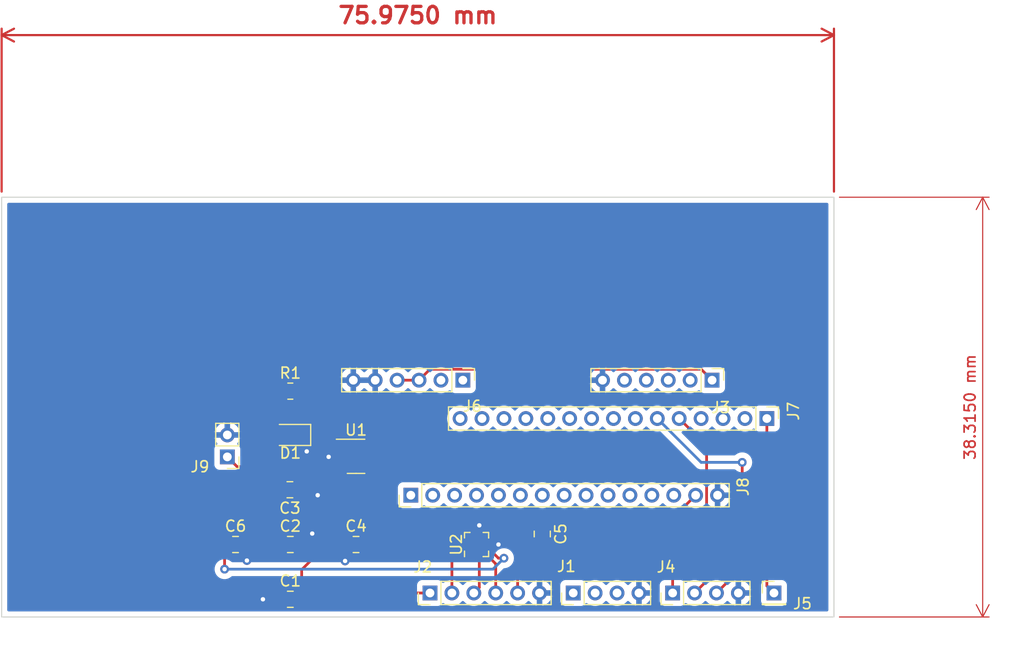
<source format=kicad_pcb>
(kicad_pcb (version 20211014) (generator pcbnew)
  (layers (0 "F.Cu" signal) (31 "B.Cu" signal) (34 "B.Paste" user) (35 "F.Paste" user) (36 "B.SilkS" user "B.Silkscreen") (37 "F.SilkS" user "F.Silkscreen") (38 "B.Mask" user) (39 "F.Mask" user) (44 "Edge.Cuts" user))
  (net 0 "")
  (net 1 "+5V")
  (net 2 "IO.TX")
  (net 3 "IO.RX")
  (net 4 "GND")
  (net 5 "IO.SCK")
  (net 6 "IO.CSB")
  (net 7 "IO.SDI")
  (net 8 "IO.SDO")
  (net 9 "+3.3V")
  (net 10 "F.IO0")
  (net 11 "F.IO1")
  (net 12 "F.CLK")
  (net 13 "F.CSB")
  (net 14 "IO11")
  (net 15 "IO12")
  (net 16 "IO7")
  (net 17 "+1V8")
  (net 18 "IO8")
  (net 19 "IO9")
  (net 20 "IO10")
  (net 21 "IO17")
  (net 22 "IO18")
  (net 23 "IO19")
  (net 24 "IO20")
  (net 25 "IO21")
  (net 26 "IO22")
  (net 27 "IO23")
  (net 28 "IO24")
  (net 29 "IO25")
  (net 30 "IO26")
  (net 31 "IO27")
  (net 32 "IO28")
  (net 33 "IO29")
  (net 34 "IO30")
  (net 35 "IO31")
  (net 36 "IO32")
  (net 37 "IO33")
  (net 38 "IO34")
  (net 39 "IO35")
  (net 40 "IO36")
  (net 41 "IO37")
  (net 43 "+3V3")
  (net 44 "Net-(C6-Pad1)")
  (net 45 "Net-(D1-Pad2)")
  (footprint "Resistor_SMD:R_0805_2012Metric_Pad1.20x1.40mm_HandSolder" (layer "F.Cu") (at 116 88)
    (fp_text reference "R1" (at 0 -1.65) (layer "F.SilkS"))
    (fp_text value "R")
    (fp_line (start -0.227064 -0.735) (end 0.227064 -0.735) (layer "F.SilkS") (width 0.12))
    (fp_line (start -0.227064 0.735) (end 0.227064 0.735) (layer "F.SilkS") (width 0.12))
    (pad "1" smd roundrect locked (at -1 0) (size 1.2 1.4) (layers "F.Cu" "F.Paste" "F.Mask") (roundrect_rratio 0.208333) (net 45 "Net-(D1-Pad2)"))
    (pad "2" smd roundrect locked (at 1 0) (size 1.2 1.4) (layers "F.Cu" "F.Paste" "F.Mask") (roundrect_rratio 0.208333) (net 43 "+3V3"))
  )
  (footprint "Connector_PinHeader_2.00mm:PinHeader_1x04_P2.00mm_Vertical" (layer "F.Cu") (at 150.9 106.425 90)
    (fp_text reference "J4" (at 2.375 -0.6 180) (layer "F.SilkS"))
    (fp_text value "Conn_01x04_Male")
    (fp_line (start -1.06 0) (end -1.06 -1.06) (layer "F.SilkS") (width 0.12))
    (fp_line (start -1.06 7.06) (end 1.06 7.06) (layer "F.SilkS") (width 0.12))
    (fp_line (start 1.06 1) (end 1.06 7.06) (layer "F.SilkS") (width 0.12))
    (fp_line (start -1.06 1) (end 1.06 1) (layer "F.SilkS") (width 0.12))
    (fp_line (start -1.06 1) (end -1.06 7.06) (layer "F.SilkS") (width 0.12))
    (fp_line (start -1.06 -1.06) (end 0 -1.06) (layer "F.SilkS") (width 0.12))
    (pad "1" thru_hole rect (at 0 0 90) (size 1.35 1.35) (drill 0.8) (layers *.Cu *.Mask) (net 1 "+5V"))
    (pad "2" thru_hole oval (at 0 2 90) (size 1.35 1.35) (drill 0.8) (layers *.Cu *.Mask) (net 14 "IO11"))
    (pad "3" thru_hole oval (at 0 4 90) (size 1.35 1.35) (drill 0.8) (layers *.Cu *.Mask) (net 15 "IO12"))
    (pad "4" thru_hole oval (at 0 6 90) (size 1.35 1.35) (drill 0.8) (layers *.Cu *.Mask) (net 4 "GND"))
  )
  (footprint "Capacitor_SMD:C_0805_2012Metric_Pad1.18x1.45mm_HandSolder" (layer "F.Cu") (at 116 107)
    (fp_text reference "C1" (at 0 -1.68) (layer "F.SilkS"))
    (fp_text value "1uF")
    (fp_line (start -0.261252 -0.735) (end 0.261252 -0.735) (layer "F.SilkS") (width 0.12))
    (fp_line (start -0.261252 0.735) (end 0.261252 0.735) (layer "F.SilkS") (width 0.12))
    (pad "1" smd roundrect locked (at -1.0375 0) (size 1.175 1.45) (layers "F.Cu" "F.Paste" "F.Mask") (roundrect_rratio 0.212766) (net 4 "GND"))
    (pad "2" smd roundrect locked (at 1.0375 0) (size 1.175 1.45) (layers "F.Cu" "F.Paste" "F.Mask") (roundrect_rratio 0.212766) (net 1 "+5V"))
  )
  (footprint "Package_LGA:LGA-12_2x2mm_P0.5mm" (layer "F.Cu") (at 133 102 90)
    (fp_text reference "U2" (at 0 -1.85 90) (layer "F.SilkS"))
    (fp_text value "LIS2MDL")
    (fp_line (start 0.6 -1.1) (end 1.1 -1.1) (layer "F.SilkS") (width 0.12))
    (fp_line (start -1.1 0.6) (end -1.1 0.6) (layer "F.SilkS") (width 0.12))
    (fp_line (start 1.1 -1.1) (end 1.1 -0.6) (layer "F.SilkS") (width 0.12))
    (fp_line (start 1.1 0.6) (end 1.1 1.1) (layer "F.SilkS") (width 0.12))
    (fp_line (start -0.6 -1.1) (end -1.1 -1.1) (layer "F.SilkS") (width 0.12))
    (fp_line (start 0.6 1.1) (end 0.6 1.1) (layer "F.SilkS") (width 0.12))
    (fp_line (start -0.6 1.1) (end -1.1 1.1) (layer "F.SilkS") (width 0.12))
    (fp_line (start -1.1 1.1) (end -1.1 0.6) (layer "F.SilkS") (width 0.12))
    (fp_line (start 1.1 1.1) (end 0.6 1.1) (layer "F.SilkS") (width 0.12))
    (fp_line (start 1.1 -0.6) (end 1.1 -0.6) (layer "F.SilkS") (width 0.12))
    (fp_line (start -1.1 -1.1) (end -1.1 -1.1) (layer "F.SilkS") (width 0.12))
    (pad "1" smd rect locked (at -0.7625 -0.75 90) (size 0.375 0.35) (layers "F.Cu" "F.Paste" "F.Mask") (net 5 "IO.SCK"))
    (pad "2" smd rect locked (at -0.7625 -0.25 90) (size 0.375 0.35) (layers "F.Cu" "F.Paste" "F.Mask"))
    (pad "3" smd rect locked (at -0.7625 0.25 90) (size 0.375 0.35) (layers "F.Cu" "F.Paste" "F.Mask") (net 6 "IO.CSB"))
    (pad "4" smd rect locked (at -0.7625 0.75 90) (size 0.375 0.35) (layers "F.Cu" "F.Paste" "F.Mask") (net 7 "IO.SDI"))
    (pad "5" smd rect locked (at -0.25 0.7625 180) (size 0.375 0.35) (layers "F.Cu" "F.Paste" "F.Mask") (net 44 "Net-(C6-Pad1)"))
    (pad "6" smd rect locked (at 0.25 0.7625 180) (size 0.375 0.35) (layers "F.Cu" "F.Paste" "F.Mask") (net 4 "GND"))
    (pad "7" smd rect locked (at 0.7625 0.75 90) (size 0.375 0.35) (layers "F.Cu" "F.Paste" "F.Mask") (net 8 "IO.SDO"))
    (pad "8" smd rect locked (at 0.7625 0.25 90) (size 0.375 0.35) (layers "F.Cu" "F.Paste" "F.Mask") (net 4 "GND"))
    (pad "9" smd rect locked (at 0.7625 -0.25 90) (size 0.375 0.35) (layers "F.Cu" "F.Paste" "F.Mask") (net 43 "+3V3"))
    (pad "10" smd rect locked (at 0.7625 -0.75 90) (size 0.375 0.35) (layers "F.Cu" "F.Paste" "F.Mask") (net 43 "+3V3"))
    (pad "11" smd rect locked (at 0.25 -0.7625 180) (size 0.375 0.35) (layers "F.Cu" "F.Paste" "F.Mask"))
    (pad "12" smd rect locked (at -0.25 -0.7625 180) (size 0.375 0.35) (layers "F.Cu" "F.Paste" "F.Mask"))
  )
  (footprint "Connector_PinHeader_2.00mm:PinHeader_1x04_P2.00mm_Vertical" (layer "F.Cu") (at 141.825 106.425 90)
    (fp_text reference "J1" (at 2.425 -0.625 180) (layer "F.SilkS"))
    (fp_text value "Conn_01x04_Male")
    (fp_line (start -1.06 1) (end -1.06 7.06) (layer "F.SilkS") (width 0.12))
    (fp_line (start -1.06 1) (end 1.06 1) (layer "F.SilkS") (width 0.12))
    (fp_line (start -1.06 0) (end -1.06 -1.06) (layer "F.SilkS") (width 0.12))
    (fp_line (start 1.06 1) (end 1.06 7.06) (layer "F.SilkS") (width 0.12))
    (fp_line (start -1.06 7.06) (end 1.06 7.06) (layer "F.SilkS") (width 0.12))
    (fp_line (start -1.06 -1.06) (end 0 -1.06) (layer "F.SilkS") (width 0.12))
    (pad "1" thru_hole rect (at 0 0 90) (size 1.35 1.35) (drill 0.8) (layers *.Cu *.Mask) (net 1 "+5V"))
    (pad "2" thru_hole oval (at 0 2 90) (size 1.35 1.35) (drill 0.8) (layers *.Cu *.Mask) (net 2 "IO.TX"))
    (pad "3" thru_hole oval (at 0 4 90) (size 1.35 1.35) (drill 0.8) (layers *.Cu *.Mask) (net 3 "IO.RX"))
    (pad "4" thru_hole oval (at 0 6 90) (size 1.35 1.35) (drill 0.8) (layers *.Cu *.Mask) (net 4 "GND"))
  )
  (footprint "Connector_PinHeader_2.00mm:PinHeader_1x06_P2.00mm_Vertical" (layer "F.Cu") (at 154.5 87 -90)
    (fp_text reference "J3" (at 2.5 -0.8 180) (layer "F.SilkS"))
    (fp_text value "Conn_01x06_Male")
    (fp_line (start -1.06 1) (end 1.06 1) (layer "F.SilkS") (width 0.12))
    (fp_line (start 1.06 1) (end 1.06 11.06) (layer "F.SilkS") (width 0.12))
    (fp_line (start -1.06 0) (end -1.06 -1.06) (layer "F.SilkS") (width 0.12))
    (fp_line (start -1.06 -1.06) (end 0 -1.06) (layer "F.SilkS") (width 0.12))
    (fp_line (start -1.06 11.06) (end 1.06 11.06) (layer "F.SilkS") (width 0.12))
    (fp_line (start -1.06 1) (end -1.06 11.06) (layer "F.SilkS") (width 0.12))
    (pad "1" thru_hole rect (at 0 0 270) (size 1.35 1.35) (drill 0.8) (layers *.Cu *.Mask) (net 9 "+3.3V"))
    (pad "2" thru_hole oval (at 0 2 270) (size 1.35 1.35) (drill 0.8) (layers *.Cu *.Mask) (net 10 "F.IO0"))
    (pad "3" thru_hole oval (at 0 4 270) (size 1.35 1.35) (drill 0.8) (layers *.Cu *.Mask) (net 11 "F.IO1"))
    (pad "4" thru_hole oval (at 0 6 270) (size 1.35 1.35) (drill 0.8) (layers *.Cu *.Mask) (net 12 "F.CLK"))
    (pad "5" thru_hole oval (at 0 8 270) (size 1.35 1.35) (drill 0.8) (layers *.Cu *.Mask) (net 13 "F.CSB"))
    (pad "6" thru_hole oval (at 0 10 270) (size 1.35 1.35) (drill 0.8) (layers *.Cu *.Mask) (net 4 "GND"))
  )
  (footprint "Connector_PinHeader_2.00mm:PinHeader_1x06_P2.00mm_Vertical" (layer "F.Cu") (at 131.75 87 -90)
    (fp_text reference "J6" (at 2.375 -0.875) (layer "F.SilkS"))
    (fp_text value "Conn_01x06_Male")
    (fp_line (start 1.06 1) (end 1.06 11.06) (layer "F.SilkS") (width 0.12))
    (fp_line (start -1.06 -1.06) (end 0 -1.06) (layer "F.SilkS") (width 0.12))
    (fp_line (start -1.06 1) (end 1.06 1) (layer "F.SilkS") (width 0.12))
    (fp_line (start -1.06 0) (end -1.06 -1.06) (layer "F.SilkS") (width 0.12))
    (fp_line (start -1.06 11.06) (end 1.06 11.06) (layer "F.SilkS") (width 0.12))
    (fp_line (start -1.06 1) (end -1.06 11.06) (layer "F.SilkS") (width 0.12))
    (pad "1" thru_hole rect (at 0 0 270) (size 1.35 1.35) (drill 0.8) (layers *.Cu *.Mask) (net 17 "+1V8"))
    (pad "2" thru_hole oval (at 0 2 270) (size 1.35 1.35) (drill 0.8) (layers *.Cu *.Mask) (net 17 "+1V8"))
    (pad "3" thru_hole oval (at 0 4 270) (size 1.35 1.35) (drill 0.8) (layers *.Cu *.Mask) (net 9 "+3.3V"))
    (pad "4" thru_hole oval (at 0 6 270) (size 1.35 1.35) (drill 0.8) (layers *.Cu *.Mask) (net 9 "+3.3V"))
    (pad "5" thru_hole oval (at 0 8 270) (size 1.35 1.35) (drill 0.8) (layers *.Cu *.Mask) (net 4 "GND"))
    (pad "6" thru_hole oval (at 0 10 270) (size 1.35 1.35) (drill 0.8) (layers *.Cu *.Mask) (net 4 "GND"))
  )
  (footprint "Connector_PinHeader_2.00mm:PinHeader_1x06_P2.00mm_Vertical" (layer "F.Cu") (at 128.75 106.425 90)
    (fp_text reference "J2" (at 2.375 -0.65 180) (layer "F.SilkS"))
    (fp_text value "Conn_01x06_Male")
    (fp_line (start -1.06 0) (end -1.06 -1.06) (layer "F.SilkS") (width 0.12))
    (fp_line (start -1.06 1) (end 1.06 1) (layer "F.SilkS") (width 0.12))
    (fp_line (start 1.06 1) (end 1.06 11.06) (layer "F.SilkS") (width 0.12))
    (fp_line (start -1.06 1) (end -1.06 11.06) (layer "F.SilkS") (width 0.12))
    (fp_line (start -1.06 -1.06) (end 0 -1.06) (layer "F.SilkS") (width 0.12))
    (fp_line (start -1.06 11.06) (end 1.06 11.06) (layer "F.SilkS") (width 0.12))
    (pad "1" thru_hole rect (at 0 0 90) (size 1.35 1.35) (drill 0.8) (layers *.Cu *.Mask) (net 1 "+5V"))
    (pad "2" thru_hole oval (at 0 2 90) (size 1.35 1.35) (drill 0.8) (layers *.Cu *.Mask) (net 5 "IO.SCK"))
    (pad "3" thru_hole oval (at 0 4 90) (size 1.35 1.35) (drill 0.8) (layers *.Cu *.Mask) (net 6 "IO.CSB"))
    (pad "4" thru_hole oval (at 0 6 90) (size 1.35 1.35) (drill 0.8) (layers *.Cu *.Mask) (net 7 "IO.SDI"))
    (pad "5" thru_hole oval (at 0 8 90) (size 1.35 1.35) (drill 0.8) (layers *.Cu *.Mask) (net 8 "IO.SDO"))
    (pad "6" thru_hole oval (at 0 10 90) (size 1.35 1.35) (drill 0.8) (layers *.Cu *.Mask) (net 4 "GND"))
  )
  (footprint "Connector_PinHeader_2.00mm:PinHeader_1x15_P2.00mm_Vertical" (layer "F.Cu") (at 159.5 90.5 -90)
    (fp_text reference "J7" (at -0.675 -2.425 90) (layer "F.SilkS"))
    (fp_text value "Conn_01x15_Male")
    (fp_line (start -1.06 -1.06) (end 0 -1.06) (layer "F.SilkS") (width 0.12))
    (fp_line (start -1.06 29.06) (end 1.06 29.06) (layer "F.SilkS") (width 0.12))
    (fp_line (start -1.06 1) (end 1.06 1) (layer "F.SilkS") (width 0.12))
    (fp_line (start -1.06 0) (end -1.06 -1.06) (layer "F.SilkS") (width 0.12))
    (fp_line (start 1.06 1) (end 1.06 29.06) (layer "F.SilkS") (width 0.12))
    (fp_line (start -1.06 1) (end -1.06 29.06) (layer "F.SilkS") (width 0.12))
    (pad "1" thru_hole rect (at 0 0 270) (size 1.35 1.35) (drill 0.8) (layers *.Cu *.Mask) (net 16 "IO7"))
    (pad "2" thru_hole oval (at 0 2 270) (size 1.35 1.35) (drill 0.8) (layers *.Cu *.Mask) (net 18 "IO8"))
    (pad "3" thru_hole oval (at 0 4 270) (size 1.35 1.35) (drill 0.8) (layers *.Cu *.Mask) (net 19 "IO9"))
    (pad "4" thru_hole oval (at 0 6 270) (size 1.35 1.35) (drill 0.8) (layers *.Cu *.Mask) (net 20 "IO10"))
    (pad "5" thru_hole oval (at 0 8 270) (size 1.35 1.35) (drill 0.8) (layers *.Cu *.Mask) (net 14 "IO11"))
    (pad "6" thru_hole oval (at 0 10 270) (size 1.35 1.35) (drill 0.8) (layers *.Cu *.Mask) (net 15 "IO12"))
    (pad "7" thru_hole oval (at 0 12 270) (size 1.35 1.35) (drill 0.8) (layers *.Cu *.Mask) (net 21 "IO17"))
    (pad "8" thru_hole oval (at 0 14 270) (size 1.35 1.35) (drill 0.8) (layers *.Cu *.Mask) (net 22 "IO18"))
    (pad "9" thru_hole oval (at 0 16 270) (size 1.35 1.35) (drill 0.8) (layers *.Cu *.Mask) (net 23 "IO19"))
    (pad "10" thru_hole oval (at 0 18 270) (size 1.35 1.35) (drill 0.8) (layers *.Cu *.Mask) (net 24 "IO20"))
    (pad "11" thru_hole oval (at 0 20 270) (size 1.35 1.35) (drill 0.8) (layers *.Cu *.Mask) (net 25 "IO21"))
    (pad "12" thru_hole oval (at 0 22 270) (size 1.35 1.35) (drill 0.8) (layers *.Cu *.Mask) (net 26 "IO22"))
    (pad "13" thru_hole oval (at 0 24 270) (size 1.35 1.35) (drill 0.8) (layers *.Cu *.Mask) (net 27 "IO23"))
    (pad "14" thru_hole oval (at 0 26 270) (size 1.35 1.35) (drill 0.8) (layers *.Cu *.Mask) (net 28 "IO24"))
    (pad "15" thru_hole oval (at 0 28 270) (size 1.35 1.35) (drill 0.8) (layers *.Cu *.Mask) (net 29 "IO25"))
  )
  (footprint "Capacitor_SMD:C_0805_2012Metric_Pad1.18x1.45mm_HandSolder" (layer "F.Cu") (at 122 102)
    (fp_text reference "C4" (at 0 -1.68) (layer "F.SilkS"))
    (fp_text value "100nF")
    (fp_line (start -0.261252 -0.735) (end 0.261252 -0.735) (layer "F.SilkS") (width 0.12))
    (fp_line (start -0.261252 0.735) (end 0.261252 0.735) (layer "F.SilkS") (width 0.12))
    (pad "1" smd roundrect locked (at -1.0375 0) (size 1.175 1.45) (layers "F.Cu" "F.Paste" "F.Mask") (roundrect_rratio 0.212766) (net 4 "GND"))
    (pad "2" smd roundrect locked (at 1.0375 0) (size 1.175 1.45) (layers "F.Cu" "F.Paste" "F.Mask") (roundrect_rratio 0.212766) (net 43 "+3V3"))
  )
  (footprint "Capacitor_SMD:C_0805_2012Metric_Pad1.18x1.45mm_HandSolder" (layer "F.Cu") (at 139 101.0375 -90)
    (fp_text reference "C5" (at 0 -1.68 90) (layer "F.SilkS"))
    (fp_text value "100nF")
    (fp_line (start -0.261252 -0.735) (end 0.261252 -0.735) (layer "F.SilkS") (width 0.12))
    (fp_line (start -0.261252 0.735) (end 0.261252 0.735) (layer "F.SilkS") (width 0.12))
    (pad "1" smd roundrect locked (at -1.0375 0 270) (size 1.175 1.45) (layers "F.Cu" "F.Paste" "F.Mask") (roundrect_rratio 0.212766) (net 43 "+3V3"))
    (pad "2" smd roundrect locked (at 1.0375 0 270) (size 1.175 1.45) (layers "F.Cu" "F.Paste" "F.Mask") (roundrect_rratio 0.212766) (net 4 "GND"))
  )
  (footprint "Capacitor_SMD:C_0805_2012Metric_Pad1.18x1.45mm_HandSolder" (layer "F.Cu") (at 111 102)
    (fp_text reference "C6" (at 0 -1.68) (layer "F.SilkS"))
    (fp_text value "220nF")
    (fp_line (start -0.261252 -0.735) (end 0.261252 -0.735) (layer "F.SilkS") (width 0.12))
    (fp_line (start -0.261252 0.735) (end 0.261252 0.735) (layer "F.SilkS") (width 0.12))
    (pad "1" smd roundrect locked (at -1.0375 0) (size 1.175 1.45) (layers "F.Cu" "F.Paste" "F.Mask") (roundrect_rratio 0.212766) (net 44 "Net-(C6-Pad1)"))
    (pad "2" smd roundrect locked (at 1.0375 0) (size 1.175 1.45) (layers "F.Cu" "F.Paste" "F.Mask") (roundrect_rratio 0.212766) (net 4 "GND"))
  )
  (footprint "Capacitor_SMD:C_0805_2012Metric_Pad1.18x1.45mm_HandSolder" (layer "F.Cu") (at 115.9625 97 180)
    (fp_text reference "C3" (at 0 -1.68) (layer "F.SilkS"))
    (fp_text value "10uF")
    (fp_line (start -0.261252 -0.735) (end 0.261252 -0.735) (layer "F.SilkS") (width 0.12))
    (fp_line (start -0.261252 0.735) (end 0.261252 0.735) (layer "F.SilkS") (width 0.12))
    (pad "1" smd roundrect locked (at -1.0375 0 180) (size 1.175 1.45) (layers "F.Cu" "F.Paste" "F.Mask") (roundrect_rratio 0.212766) (net 4 "GND"))
    (pad "2" smd roundrect locked (at 1.0375 0 180) (size 1.175 1.45) (layers "F.Cu" "F.Paste" "F.Mask") (roundrect_rratio 0.212766) (net 43 "+3V3"))
  )
  (footprint "Package_TO_SOT_SMD:SOT-23-5" (layer "F.Cu") (at 122 93.95)
    (fp_text reference "U1" (at 0 -2.4) (layer "F.SilkS"))
    (fp_text value "AP2112K-3.3")
    (fp_line (start 0 1.56) (end 0.8 1.56) (layer "F.SilkS") (width 0.12))
    (fp_line (start 0 1.56) (end -0.8 1.56) (layer "F.SilkS") (width 0.12))
    (fp_line (start 0 -1.56) (end 0.8 -1.56) (layer "F.SilkS") (width 0.12))
    (fp_line (start 0 -1.56) (end -1.8 -1.56) (layer "F.SilkS") (width 0.12))
    (pad "1" smd roundrect locked (at -1.1375 -0.95) (size 1.325 0.6) (layers "F.Cu" "F.Paste" "F.Mask") (net 1 "+5V"))
    (pad "2" smd roundrect locked (at -1.1375 0) (size 1.325 0.6) (layers "F.Cu" "F.Paste" "F.Mask") (net 4 "GND"))
    (pad "3" smd roundrect locked (at -1.1375 0.95) (size 1.325 0.6) (layers "F.Cu" "F.Paste" "F.Mask") (net 1 "+5V"))
    (pad "4" smd roundrect locked (at 1.1375 0.95) (size 1.325 0.6) (layers "F.Cu" "F.Paste" "F.Mask"))
    (pad "5" smd roundrect locked (at 1.1375 -0.95) (size 1.325 0.6) (layers "F.Cu" "F.Paste" "F.Mask") (net 43 "+3V3"))
  )
  (footprint "Connector_PinHeader_2.00mm:PinHeader_1x15_P2.00mm_Vertical" (layer "F.Cu") (at 127 97.5 90)
    (fp_text reference "J8" (at 0.775 30.325 90) (layer "F.SilkS"))
    (fp_text value "Conn_01x15_Male")
    (fp_line (start -1.06 1) (end 1.06 1) (layer "F.SilkS") (width 0.12))
    (fp_line (start 1.06 1) (end 1.06 29.06) (layer "F.SilkS") (width 0.12))
    (fp_line (start -1.06 -1.06) (end 0 -1.06) (layer "F.SilkS") (width 0.12))
    (fp_line (start -1.06 29.06) (end 1.06 29.06) (layer "F.SilkS") (width 0.12))
    (fp_line (start -1.06 1) (end -1.06 29.06) (layer "F.SilkS") (width 0.12))
    (fp_line (start -1.06 0) (end -1.06 -1.06) (layer "F.SilkS") (width 0.12))
    (pad "1" thru_hole rect (at 0 0 90) (size 1.35 1.35) (drill 0.8) (layers *.Cu *.Mask) (net 30 "IO26"))
    (pad "2" thru_hole oval (at 0 2 90) (size 1.35 1.35) (drill 0.8) (layers *.Cu *.Mask) (net 31 "IO27"))
    (pad "3" thru_hole oval (at 0 4 90) (size 1.35 1.35) (drill 0.8) (layers *.Cu *.Mask) (net 32 "IO28"))
    (pad "4" thru_hole oval (at 0 6 90) (size 1.35 1.35) (drill 0.8) (layers *.Cu *.Mask) (net 33 "IO29"))
    (pad "5" thru_hole oval (at 0 8 90) (size 1.35 1.35) (drill 0.8) (layers *.Cu *.Mask) (net 34 "IO30"))
    (pad "6" thru_hole oval (at 0 10 90) (size 1.35 1.35) (drill 0.8) (layers *.Cu *.Mask) (net 35 "IO31"))
    (pad "7" thru_hole oval (at 0 12 90) (size 1.35 1.35) (drill 0.8) (layers *.Cu *.Mask) (net 36 "IO32"))
    (pad "8" thru_hole oval (at 0 14 90) (size 1.35 1.35) (drill 0.8) (layers *.Cu *.Mask) (net 37 "IO33"))
    (pad "9" thru_hole oval (at 0 16 90) (size 1.35 1.35) (drill 0.8) (layers *.Cu *.Mask) (net 38 "IO34"))
    (pad "10" thru_hole oval (at 0 18 90) (size 1.35 1.35) (drill 0.8) (layers *.Cu *.Mask) (net 39 "IO35"))
    (pad "11" thru_hole oval (at 0 20 90) (size 1.35 1.35) (drill 0.8) (layers *.Cu *.Mask) (net 40 "IO36"))
    (pad "12" thru_hole oval (at 0 22 90) (size 1.35 1.35) (drill 0.8) (layers *.Cu *.Mask) (net 41 "IO37"))
    (pad "13" thru_hole oval (at 0 24 90) (size 1.35 1.35) (drill 0.8) (layers *.Cu *.Mask))
    (pad "14" thru_hole oval (at 0 26 90) (size 1.35 1.35) (drill 0.8) (layers *.Cu *.Mask) (net 1 "+5V"))
    (pad "15" thru_hole oval (at 0 28 90) (size 1.35 1.35) (drill 0.8) (layers *.Cu *.Mask) (net 4 "GND"))
  )
  (footprint "Connector_PinHeader_2.00mm:PinHeader_1x01_P2.00mm_Vertical" (layer "F.Cu") (at 160.15 106.425)
    (fp_text reference "J5" (at 2.6 0.975) (layer "F.SilkS"))
    (fp_text value "Conn_01x01_Male")
    (fp_line (start -1.06 1) (end -1.06 1.06) (layer "F.SilkS") (width 0.12))
    (fp_line (start 1.06 1) (end 1.06 1.06) (layer "F.SilkS") (width 0.12))
    (fp_line (start -1.06 1.06) (end 1.06 1.06) (layer "F.SilkS") (width 0.12))
    (fp_line (start -1.06 1) (end 1.06 1) (layer "F.SilkS") (width 0.12))
    (fp_line (start -1.06 0) (end -1.06 -1.06) (layer "F.SilkS") (width 0.12))
    (fp_line (start -1.06 -1.06) (end 0 -1.06) (layer "F.SilkS") (width 0.12))
    (pad "1" thru_hole rect (at 0 0) (size 1.35 1.35) (drill 0.8) (layers *.Cu *.Mask) (net 16 "IO7"))
  )
  (footprint "Capacitor_SMD:C_0805_2012Metric_Pad1.18x1.45mm_HandSolder" (layer "F.Cu") (at 116 102)
    (fp_text reference "C2" (at 0 -1.68) (layer "F.SilkS"))
    (fp_text value "1uF")
    (fp_line (start -0.261252 -0.735) (end 0.261252 -0.735) (layer "F.SilkS") (width 0.12))
    (fp_line (start -0.261252 0.735) (end 0.261252 0.735) (layer "F.SilkS") (width 0.12))
    (pad "1" smd roundrect locked (at -1.0375 0) (size 1.175 1.45) (layers "F.Cu" "F.Paste" "F.Mask") (roundrect_rratio 0.212766) (net 43 "+3V3"))
    (pad "2" smd roundrect locked (at 1.0375 0) (size 1.175 1.45) (layers "F.Cu" "F.Paste" "F.Mask") (roundrect_rratio 0.212766) (net 4 "GND"))
  )
  (footprint "Connector_PinHeader_2.00mm:PinHeader_1x02_P2.00mm_Vertical" (layer "F.Cu") (at 110.25 94 180)
    (fp_text reference "J9" (at 2.5 -0.9) (layer "F.SilkS"))
    (fp_text value "Conn_01x02_Male")
    (fp_line (start -1.06 1) (end -1.06 3.06) (layer "F.SilkS") (width 0.12))
    (fp_line (start -1.06 1) (end 1.06 1) (layer "F.SilkS") (width 0.12))
    (fp_line (start -1.06 -1.06) (end 0 -1.06) (layer "F.SilkS") (width 0.12))
    (fp_line (start -1.06 0) (end -1.06 -1.06) (layer "F.SilkS") (width 0.12))
    (fp_line (start 1.06 1) (end 1.06 3.06) (layer "F.SilkS") (width 0.12))
    (fp_line (start -1.06 3.06) (end 1.06 3.06) (layer "F.SilkS") (width 0.12))
    (pad "1" thru_hole rect (at 0 0 180) (size 1.35 1.35) (drill 0.8) (layers *.Cu *.Mask) (net 1 "+5V"))
    (pad "2" thru_hole oval (at 0 2 180) (size 1.35 1.35) (drill 0.8) (layers *.Cu *.Mask) (net 4 "GND"))
  )
  (footprint "Diode_SMD:D_0805_2012Metric_Pad1.15x1.40mm_HandSolder" (layer "F.Cu") (at 116 92 180)
    (fp_text reference "D1" (at 0 -1.65) (layer "F.SilkS"))
    (fp_text value "LED")
    (fp_line (start 1 -0.96) (end -1.86 -0.96) (layer "F.SilkS") (width 0.12))
    (fp_line (start -1.86 -0.96) (end -1.86 0.96) (layer "F.SilkS") (width 0.12))
    (fp_line (start -1.86 0.96) (end 1 0.96) (layer "F.SilkS") (width 0.12))
    (pad "1" smd roundrect locked (at -1.025 0 180) (size 1.15 1.4) (layers "F.Cu" "F.Paste" "F.Mask") (roundrect_rratio 0.217391) (net 4 "GND"))
    (pad "2" smd roundrect locked (at 1.025 0 180) (size 1.15 1.4) (layers "F.Cu" "F.Paste" "F.Mask") (roundrect_rratio 0.217391) (net 45 "Net-(D1-Pad2)"))
  )
  (gr_rect (start 89.65 70.3) (end 165.625 108.615) (layer "Edge.Cuts") (width 0.1) (fill none))
  (dimension (type aligned) (layer "F.Cu") (pts (xy 89.65 70.285) (xy 165.625 70.285)) (height -14.785) (gr_text "75.9750 mm" (at 127.6375 53.7) (layer "F.Cu") (effects (font (size 1.5 1.5) (thickness 0.3)))) (format (units 3) (units_format 1) (precision 4)) (style (thickness 0.2) (arrow_length 1.27) (text_position_mode 0) (extension_height 0.58642) (extension_offset 0.5) keep_text_aligned))
  (dimension (type aligned) (layer "F.Cu") (pts (xy 165.625 70.3) (xy 165.625 108.615)) (height -13.575) (gr_text "38.3150 mm" (at 178.05 89.4575 90) (layer "F.Cu") (effects (font (size 1 1) (thickness 0.15)))) (format (units 3) (units_format 1) (precision 4)) (style (thickness 0.1) (arrow_length 1.27) (text_position_mode 0) (extension_height 0.58642) (extension_offset 0.5) keep_text_aligned))
  (segment (start 117.0375 107) (end 117.6125 106.425) (width 0.25) (layer "F.Cu") (net 1))
  (segment (start 121.246072 93) (end 121.84952 93.603448) (width 0.25) (layer "F.Cu") (net 1))
  (segment (start 150.9 99.6) (end 153 97.5) (width 0.25) (layer "F.Cu") (net 1))
  (segment (start 120.8625 100.475007) (end 120.8625 94.9) (width 0.25) (layer "F.Cu") (net 1))
  (segment (start 117.6125 106.425) (end 128.75 106.425) (width 0.25) (layer "F.Cu") (net 1))
  (segment (start 121.84952 93.603448) (end 121.84952 94.296552) (width 0.25) (layer "F.Cu") (net 1))
  (segment (start 117.0375 107) (end 117.0375 104.300007) (width 0.25) (layer "F.Cu") (net 1))
  (segment (start 120.8625 93) (end 121.246072 93) (width 0.25) (layer "F.Cu") (net 1))
  (segment (start 117.0375 104.300007) (end 120.8625 100.475007) (width 0.25) (layer "F.Cu") (net 1))
  (segment (start 110.25 94) (end 111.15 94.9) (width 0.25) (layer "F.Cu") (net 1))
  (segment (start 111.15 94.9) (end 120.8625 94.9) (width 0.25) (layer "F.Cu") (net 1))
  (segment (start 121.246072 94.9) (end 120.8625 94.9) (width 0.25) (layer "F.Cu") (net 1))
  (segment (start 121.84952 94.296552) (end 121.246072 94.9) (width 0.25) (layer "F.Cu") (net 1))
  (segment (start 150.9 106.425) (end 150.9 99.6) (width 0.25) (layer "F.Cu") (net 1))
  (segment (start 112 103.5) (end 112.0375 103.4625) (width 0.25) (layer "F.Cu") (net 4))
  (segment (start 120.8625 93.95) (end 119.55 93.95) (width 0.25) (layer "F.Cu") (net 4))
  (segment (start 120.9625 102) (end 120.9625 103.4625) (width 0.25) (layer "F.Cu") (net 4))
  (segment (start 117.0375 102) (end 117.0375 101.9625) (width 0.25) (layer "F.Cu") (net 4))
  (segment (start 114.9625 107) (end 113.5 107) (width 0.25) (layer "F.Cu") (net 4))
  (segment (start 118 97) (end 118.5 97.5) (width 0.25) (layer "F.Cu") (net 4))
  (segment (start 117.025 92) (end 117.025 93.025) (width 0.25) (layer "F.Cu") (net 4))
  (segment (start 117.0375 101.9625) (end 118 101) (width 0.25) (layer "F.Cu") (net 4))
  (segment (start 117.025 93.025) (end 117.5 93.5) (width 0.25) (layer "F.Cu") (net 4))
  (segment (start 133.7625 101.75) (end 134.75 101.75) (width 0.25) (layer "F.Cu") (net 4))
  (segment (start 139 102.075) (end 138.75 102.325) (width 0.25) (layer "F.Cu") (net 4))
  (segment (start 138.75 102.325) (end 138.75 106.425) (width 0.25) (layer "F.Cu") (net 4))
  (segment (start 134.75 101.75) (end 135 102) (width 0.25) (layer "F.Cu") (net 4))
  (segment (start 133.25 101.2375) (end 133.25 100.25) (width 0.25) (layer "F.Cu") (net 4))
  (segment (start 112.0375 102) (end 112.0375 103.4625) (width 0.25) (layer "F.Cu") (net 4))
  (segment (start 120.9625 103.4625) (end 121 103.5) (width 0.25) (layer "F.Cu") (net 4))
  (segment (start 119.55 93.95) (end 119.5 94) (width 0.25) (layer "F.Cu") (net 4))
  (segment (start 117 97) (end 118 97) (width 0.25) (layer "F.Cu") (net 4))
  (via (at 113.5 107) (size 0.8) (drill 0.4) (layers "F.Cu" "B.Cu") (net 4))
  (via (at 135 102) (size 0.8) (drill 0.4) (layers "F.Cu" "B.Cu") (net 4))
  (via (at 118 101) (size 0.8) (drill 0.4) (layers "F.Cu" "B.Cu") (net 4))
  (via (at 121 103.5) (size 0.8) (drill 0.4) (layers "F.Cu" "B.Cu") (net 4))
  (via (at 112.0375 103.4625) (size 0.8) (drill 0.4) (layers "F.Cu" "B.Cu") (net 4))
  (via (at 133.25 100.25) (size 0.8) (drill 0.4) (layers "F.Cu" "B.Cu") (net 4))
  (via (at 117.5 93.5) (size 0.8) (drill 0.4) (layers "F.Cu" "B.Cu") (net 4))
  (via (at 119.5 94) (size 0.8) (drill 0.4) (layers "F.Cu" "B.Cu") (net 4))
  (via (at 118.5 97.5) (size 0.8) (drill 0.4) (layers "F.Cu" "B.Cu") (net 4))
  (segment (start 131.4875 102.7625) (end 130.75 103.5) (width 0.25) (layer "F.Cu") (net 5))
  (segment (start 130.75 103.5) (end 130.75 106.425) (width 0.25) (layer "F.Cu") (net 5))
  (segment (start 132.25 102.7625) (end 131.4875 102.7625) (width 0.25) (layer "F.Cu") (net 5))
  (segment (start 133.25 105.925) (end 133.25 102.7625) (width 0.25) (layer "F.Cu") (net 6))
  (segment (start 132.75 106.425) (end 133.25 105.925) (width 0.25) (layer "F.Cu") (net 6))
  (segment (start 134.75 106.425) (end 134.75 103.7625) (width 0.25) (layer "F.Cu") (net 7))
  (segment (start 134.75 103.7625) (end 133.75 102.7625) (width 0.25) (layer "F.Cu") (net 7))
  (segment (start 133.75 101.2375) (end 135.262114 101.2375) (width 0.25) (layer "F.Cu") (net 8))
  (segment (start 135.262114 101.2375) (end 136.75 102.725386) (width 0.25) (layer "F.Cu") (net 8))
  (segment (start 136.75 102.725386) (end 136.75 106.425) (width 0.25) (layer "F.Cu") (net 8))
  (segment (start 128.749511 86.000489) (end 127.75 87) (width 0.25) (layer "F.Cu") (net 9))
  (segment (start 154.5 87) (end 153.500489 86.000489) (width 0.25) (layer "F.Cu") (net 9))
  (segment (start 153.500489 86.000489) (end 128.749511 86.000489) (width 0.25) (layer "F.Cu") (net 9))
  (segment (start 127.75 87) (end 125.75 87) (width 0.25) (layer "F.Cu") (net 9))
  (segment (start 153.999511 92.999511) (end 151.5 90.5) (width 0.25) (layer "F.Cu") (net 14))
  (segment (start 152.9 106.425) (end 153.999511 105.325489) (width 0.25) (layer "F.Cu") (net 14))
  (segment (start 153.999511 105.325489) (end 153.999511 92.999511) (width 0.25) (layer "F.Cu") (net 14))
  (segment (start 157.25 104.075) (end 157.25 94.5) (width 0.25) (layer "F.Cu") (net 15))
  (segment (start 154.9 106.425) (end 157.25 104.075) (width 0.25) (layer "F.Cu") (net 15))
  (via (at 157.25 94.5) (size 0.8) (drill 0.4) (layers "F.Cu" "B.Cu") (net 15))
  (segment (start 157.25 94.5) (end 153.5 94.5) (width 0.25) (layer "B.Cu") (net 15))
  (segment (start 153.5 94.5) (end 149.5 90.5) (width 0.25) (layer "B.Cu") (net 15))
  (segment (start 159.5 105.775) (end 160.15 106.425) (width 0.25) (layer "F.Cu") (net 16))
  (segment (start 159.5 90.5) (end 159.5 105.775) (width 0.25) (layer "F.Cu") (net 16))
  (segment (start 132.25 101.2375) (end 132.75 101.2375) (width 0.25) (layer "F.Cu") (net 43))
  (segment (start 118.1375 88) (end 123.1375 93) (width 0.25) (layer "F.Cu") (net 43))
  (segment (start 114.925 97) (end 114.925 101.9625) (width 0.25) (layer "F.Cu") (net 43))
  (segment (start 123.1375 93) (end 124.12452 93.98702) (width 0.25) (layer "F.Cu") (net 43))
  (segment (start 124.12452 101.10048) (end 123.9875 101.2375) (width 0.25) (layer "F.Cu") (net 43))
  (segment (start 114.925 101.9625) (end 114.9625 102) (width 0.25) (layer "F.Cu") (net 43))
  (segment (start 138.525489 99.525489) (end 132.724511 99.525489) (width 0.25) (layer "F.Cu") (net 43))
  (segment (start 123.0375 102) (end 123.8 101.2375) (width 0.25) (layer "F.Cu") (net 43))
  (segment (start 117 88) (end 118.1375 88) (width 0.25) (layer "F.Cu") (net 43))
  (segment (start 123.9875 101.2375) (end 132.25 101.2375) (width 0.25) (layer "F.Cu") (net 43))
  (segment (start 139 100) (end 138.525489 99.525489) (width 0.25) (layer "F.Cu") (net 43))
  (segment (start 132.724511 99.525489) (end 132.25 100) (width 0.25) (layer "F.Cu") (net 43))
  (segment (start 123.8 101.2375) (end 123.9875 101.2375) (width 0.25) (layer "F.Cu") (net 43))
  (segment (start 132.25 100) (end 132.25 101.2375) (width 0.25) (layer "F.Cu") (net 43))
  (segment (start 124.12452 93.98702) (end 124.12452 101.10048) (width 0.25) (layer "F.Cu") (net 43))
  (segment (start 135 103.25) (end 135.5 103.25) (width 0.25) (layer "F.Cu") (net 44))
  (segment (start 110 102.0375) (end 109.9625 102) (width 0.25) (layer "F.Cu") (net 44))
  (segment (start 133.7625 102.25) (end 134.249022 102.25) (width 0.25) (layer "F.Cu") (net 44))
  (segment (start 110 104.25) (end 110 102.0375) (width 0.25) (layer "F.Cu") (net 44))
  (segment (start 134.249022 102.25) (end 134.249022 102.499022) (width 0.25) (layer "F.Cu") (net 44))
  (segment (start 134.249022 102.499022) (end 135 103.25) (width 0.25) (layer "F.Cu") (net 44))
  (via (at 135.5 103.25) (size 0.8) (drill 0.4) (layers "F.Cu" "B.Cu") (net 44))
  (via (at 110 104.25) (size 0.8) (drill 0.4) (layers "F.Cu" "B.Cu") (net 44))
  (segment (start 135.5 103.25) (end 134.5 104.25) (width 0.25) (layer "B.Cu") (net 44))
  (segment (start 134.5 104.25) (end 110 104.25) (width 0.25) (layer "B.Cu") (net 44))
  (segment (start 114.975 92) (end 114.975 88.025) (width 0.25) (layer "F.Cu") (net 45))
  (segment (start 114.975 88.025) (end 115 88) (width 0.25) (layer "F.Cu") (net 45))
  (zone (net 4) (net_name "GND") (layer "B.Cu") (connect_pads (clearance 0.508)) (min_thickness 0.254) (fill yes (thermal_gap 0.508) (thermal_bridge_width 0.508))
    (polygon (pts (xy 165.625 70.3) (xy 165.625 108.615) (xy 89.5 109) (xy 89.65 70.285)))
  )
)
</source>
